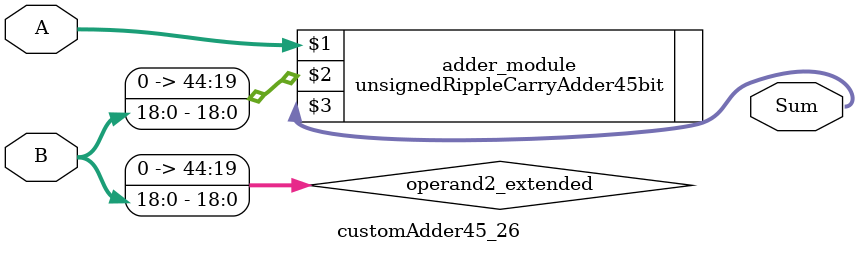
<source format=v>
module customAdder45_26(
                        input [44 : 0] A,
                        input [18 : 0] B,
                        
                        output [45 : 0] Sum
                );

        wire [44 : 0] operand2_extended;
        
        assign operand2_extended =  {26'b0, B};
        
        unsignedRippleCarryAdder45bit adder_module(
            A,
            operand2_extended,
            Sum
        );
        
        endmodule
        
</source>
